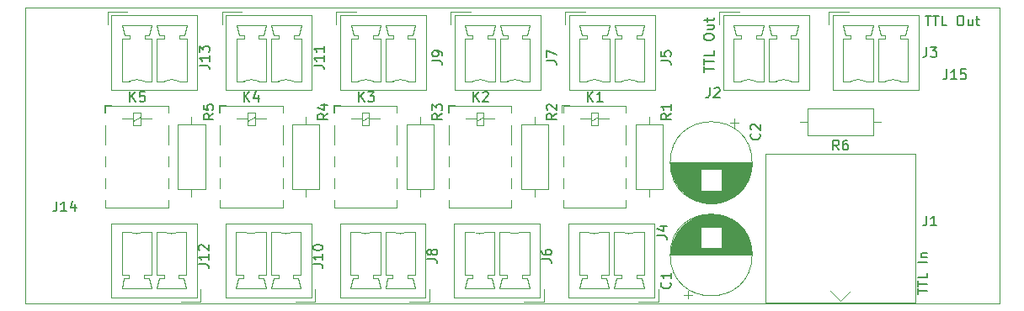
<source format=gto>
%TF.GenerationSoftware,KiCad,Pcbnew,(6.0.7)*%
%TF.CreationDate,2022-08-25T07:22:17-04:00*%
%TF.ProjectId,chiller_interlock_aosense,6368696c-6c65-4725-9f69-6e7465726c6f,rev?*%
%TF.SameCoordinates,Original*%
%TF.FileFunction,Legend,Top*%
%TF.FilePolarity,Positive*%
%FSLAX46Y46*%
G04 Gerber Fmt 4.6, Leading zero omitted, Abs format (unit mm)*
G04 Created by KiCad (PCBNEW (6.0.7)) date 2022-08-25 07:22:17*
%MOMM*%
%LPD*%
G01*
G04 APERTURE LIST*
%ADD10C,0.150000*%
%TA.AperFunction,Profile*%
%ADD11C,0.100000*%
%TD*%
%ADD12C,0.120000*%
G04 APERTURE END LIST*
D10*
X389252380Y-84964285D02*
X389252380Y-84392857D01*
X390252380Y-84678571D02*
X389252380Y-84678571D01*
X389252380Y-84202380D02*
X389252380Y-83630952D01*
X390252380Y-83916666D02*
X389252380Y-83916666D01*
X390252380Y-82821428D02*
X390252380Y-83297619D01*
X389252380Y-83297619D01*
X389252380Y-81535714D02*
X389252380Y-81345238D01*
X389300000Y-81250000D01*
X389395238Y-81154761D01*
X389585714Y-81107142D01*
X389919047Y-81107142D01*
X390109523Y-81154761D01*
X390204761Y-81250000D01*
X390252380Y-81345238D01*
X390252380Y-81535714D01*
X390204761Y-81630952D01*
X390109523Y-81726190D01*
X389919047Y-81773809D01*
X389585714Y-81773809D01*
X389395238Y-81726190D01*
X389300000Y-81630952D01*
X389252380Y-81535714D01*
X389585714Y-80250000D02*
X390252380Y-80250000D01*
X389585714Y-80678571D02*
X390109523Y-80678571D01*
X390204761Y-80630952D01*
X390252380Y-80535714D01*
X390252380Y-80392857D01*
X390204761Y-80297619D01*
X390157142Y-80250000D01*
X389585714Y-79916666D02*
X389585714Y-79535714D01*
X389252380Y-79773809D02*
X390109523Y-79773809D01*
X390204761Y-79726190D01*
X390252380Y-79630952D01*
X390252380Y-79535714D01*
X411535714Y-79302380D02*
X412107142Y-79302380D01*
X411821428Y-80302380D02*
X411821428Y-79302380D01*
X412297619Y-79302380D02*
X412869047Y-79302380D01*
X412583333Y-80302380D02*
X412583333Y-79302380D01*
X413678571Y-80302380D02*
X413202380Y-80302380D01*
X413202380Y-79302380D01*
X414964285Y-79302380D02*
X415154761Y-79302380D01*
X415250000Y-79350000D01*
X415345238Y-79445238D01*
X415392857Y-79635714D01*
X415392857Y-79969047D01*
X415345238Y-80159523D01*
X415250000Y-80254761D01*
X415154761Y-80302380D01*
X414964285Y-80302380D01*
X414869047Y-80254761D01*
X414773809Y-80159523D01*
X414726190Y-79969047D01*
X414726190Y-79635714D01*
X414773809Y-79445238D01*
X414869047Y-79350000D01*
X414964285Y-79302380D01*
X416250000Y-79635714D02*
X416250000Y-80302380D01*
X415821428Y-79635714D02*
X415821428Y-80159523D01*
X415869047Y-80254761D01*
X415964285Y-80302380D01*
X416107142Y-80302380D01*
X416202380Y-80254761D01*
X416250000Y-80207142D01*
X416583333Y-79635714D02*
X416964285Y-79635714D01*
X416726190Y-79302380D02*
X416726190Y-80159523D01*
X416773809Y-80254761D01*
X416869047Y-80302380D01*
X416964285Y-80302380D01*
X410752380Y-107342857D02*
X410752380Y-106771428D01*
X411752380Y-107057142D02*
X410752380Y-107057142D01*
X410752380Y-106580952D02*
X410752380Y-106009523D01*
X411752380Y-106295238D02*
X410752380Y-106295238D01*
X411752380Y-105200000D02*
X411752380Y-105676190D01*
X410752380Y-105676190D01*
X411752380Y-104104761D02*
X410752380Y-104104761D01*
X411085714Y-103628571D02*
X411752380Y-103628571D01*
X411180952Y-103628571D02*
X411133333Y-103580952D01*
X411085714Y-103485714D01*
X411085714Y-103342857D01*
X411133333Y-103247619D01*
X411228571Y-103200000D01*
X411752380Y-103200000D01*
D11*
X321000000Y-108250000D02*
X321000000Y-78500000D01*
X321000000Y-78500000D02*
X419000000Y-78500000D01*
X419000000Y-108250000D02*
X321000000Y-108250000D01*
X419000000Y-78500000D02*
X419000000Y-108250000D01*
D10*
%TO.C,C1*%
X385857142Y-106166666D02*
X385904761Y-106214285D01*
X385952380Y-106357142D01*
X385952380Y-106452380D01*
X385904761Y-106595238D01*
X385809523Y-106690476D01*
X385714285Y-106738095D01*
X385523809Y-106785714D01*
X385380952Y-106785714D01*
X385190476Y-106738095D01*
X385095238Y-106690476D01*
X385000000Y-106595238D01*
X384952380Y-106452380D01*
X384952380Y-106357142D01*
X385000000Y-106214285D01*
X385047619Y-106166666D01*
X385952380Y-105214285D02*
X385952380Y-105785714D01*
X385952380Y-105500000D02*
X384952380Y-105500000D01*
X385095238Y-105595238D01*
X385190476Y-105690476D01*
X385238095Y-105785714D01*
%TO.C,J14*%
X324190476Y-98002380D02*
X324190476Y-98716666D01*
X324142857Y-98859523D01*
X324047619Y-98954761D01*
X323904761Y-99002380D01*
X323809523Y-99002380D01*
X325190476Y-99002380D02*
X324619047Y-99002380D01*
X324904761Y-99002380D02*
X324904761Y-98002380D01*
X324809523Y-98145238D01*
X324714285Y-98240476D01*
X324619047Y-98288095D01*
X326047619Y-98335714D02*
X326047619Y-99002380D01*
X325809523Y-97954761D02*
X325571428Y-98669047D01*
X326190476Y-98669047D01*
%TO.C,J15*%
X413690476Y-84702380D02*
X413690476Y-85416666D01*
X413642857Y-85559523D01*
X413547619Y-85654761D01*
X413404761Y-85702380D01*
X413309523Y-85702380D01*
X414690476Y-85702380D02*
X414119047Y-85702380D01*
X414404761Y-85702380D02*
X414404761Y-84702380D01*
X414309523Y-84845238D01*
X414214285Y-84940476D01*
X414119047Y-84988095D01*
X415595238Y-84702380D02*
X415119047Y-84702380D01*
X415071428Y-85178571D01*
X415119047Y-85130952D01*
X415214285Y-85083333D01*
X415452380Y-85083333D01*
X415547619Y-85130952D01*
X415595238Y-85178571D01*
X415642857Y-85273809D01*
X415642857Y-85511904D01*
X415595238Y-85607142D01*
X415547619Y-85654761D01*
X415452380Y-85702380D01*
X415214285Y-85702380D01*
X415119047Y-85654761D01*
X415071428Y-85607142D01*
%TO.C,J2*%
X389866666Y-86552380D02*
X389866666Y-87266666D01*
X389819047Y-87409523D01*
X389723809Y-87504761D01*
X389580952Y-87552380D01*
X389485714Y-87552380D01*
X390295238Y-86647619D02*
X390342857Y-86600000D01*
X390438095Y-86552380D01*
X390676190Y-86552380D01*
X390771428Y-86600000D01*
X390819047Y-86647619D01*
X390866666Y-86742857D01*
X390866666Y-86838095D01*
X390819047Y-86980952D01*
X390247619Y-87552380D01*
X390866666Y-87552380D01*
%TO.C,R2*%
X374452380Y-89166666D02*
X373976190Y-89500000D01*
X374452380Y-89738095D02*
X373452380Y-89738095D01*
X373452380Y-89357142D01*
X373500000Y-89261904D01*
X373547619Y-89214285D01*
X373642857Y-89166666D01*
X373785714Y-89166666D01*
X373880952Y-89214285D01*
X373928571Y-89261904D01*
X373976190Y-89357142D01*
X373976190Y-89738095D01*
X373547619Y-88785714D02*
X373500000Y-88738095D01*
X373452380Y-88642857D01*
X373452380Y-88404761D01*
X373500000Y-88309523D01*
X373547619Y-88261904D01*
X373642857Y-88214285D01*
X373738095Y-88214285D01*
X373880952Y-88261904D01*
X374452380Y-88833333D01*
X374452380Y-88214285D01*
%TO.C,J12*%
X338452380Y-104309523D02*
X339166666Y-104309523D01*
X339309523Y-104357142D01*
X339404761Y-104452380D01*
X339452380Y-104595238D01*
X339452380Y-104690476D01*
X339452380Y-103309523D02*
X339452380Y-103880952D01*
X339452380Y-103595238D02*
X338452380Y-103595238D01*
X338595238Y-103690476D01*
X338690476Y-103785714D01*
X338738095Y-103880952D01*
X338547619Y-102928571D02*
X338500000Y-102880952D01*
X338452380Y-102785714D01*
X338452380Y-102547619D01*
X338500000Y-102452380D01*
X338547619Y-102404761D01*
X338642857Y-102357142D01*
X338738095Y-102357142D01*
X338880952Y-102404761D01*
X339452380Y-102976190D01*
X339452380Y-102357142D01*
%TO.C,J1*%
X411666666Y-99452380D02*
X411666666Y-100166666D01*
X411619047Y-100309523D01*
X411523809Y-100404761D01*
X411380952Y-100452380D01*
X411285714Y-100452380D01*
X412666666Y-100452380D02*
X412095238Y-100452380D01*
X412380952Y-100452380D02*
X412380952Y-99452380D01*
X412285714Y-99595238D01*
X412190476Y-99690476D01*
X412095238Y-99738095D01*
%TO.C,R5*%
X339952380Y-89166666D02*
X339476190Y-89500000D01*
X339952380Y-89738095D02*
X338952380Y-89738095D01*
X338952380Y-89357142D01*
X339000000Y-89261904D01*
X339047619Y-89214285D01*
X339142857Y-89166666D01*
X339285714Y-89166666D01*
X339380952Y-89214285D01*
X339428571Y-89261904D01*
X339476190Y-89357142D01*
X339476190Y-89738095D01*
X338952380Y-88261904D02*
X338952380Y-88738095D01*
X339428571Y-88785714D01*
X339380952Y-88738095D01*
X339333333Y-88642857D01*
X339333333Y-88404761D01*
X339380952Y-88309523D01*
X339428571Y-88261904D01*
X339523809Y-88214285D01*
X339761904Y-88214285D01*
X339857142Y-88261904D01*
X339904761Y-88309523D01*
X339952380Y-88404761D01*
X339952380Y-88642857D01*
X339904761Y-88738095D01*
X339857142Y-88785714D01*
%TO.C,J3*%
X411666666Y-82452380D02*
X411666666Y-83166666D01*
X411619047Y-83309523D01*
X411523809Y-83404761D01*
X411380952Y-83452380D01*
X411285714Y-83452380D01*
X412047619Y-82452380D02*
X412666666Y-82452380D01*
X412333333Y-82833333D01*
X412476190Y-82833333D01*
X412571428Y-82880952D01*
X412619047Y-82928571D01*
X412666666Y-83023809D01*
X412666666Y-83261904D01*
X412619047Y-83357142D01*
X412571428Y-83404761D01*
X412476190Y-83452380D01*
X412190476Y-83452380D01*
X412095238Y-83404761D01*
X412047619Y-83357142D01*
%TO.C,J8*%
X361452380Y-103833333D02*
X362166666Y-103833333D01*
X362309523Y-103880952D01*
X362404761Y-103976190D01*
X362452380Y-104119047D01*
X362452380Y-104214285D01*
X361880952Y-103214285D02*
X361833333Y-103309523D01*
X361785714Y-103357142D01*
X361690476Y-103404761D01*
X361642857Y-103404761D01*
X361547619Y-103357142D01*
X361500000Y-103309523D01*
X361452380Y-103214285D01*
X361452380Y-103023809D01*
X361500000Y-102928571D01*
X361547619Y-102880952D01*
X361642857Y-102833333D01*
X361690476Y-102833333D01*
X361785714Y-102880952D01*
X361833333Y-102928571D01*
X361880952Y-103023809D01*
X361880952Y-103214285D01*
X361928571Y-103309523D01*
X361976190Y-103357142D01*
X362071428Y-103404761D01*
X362261904Y-103404761D01*
X362357142Y-103357142D01*
X362404761Y-103309523D01*
X362452380Y-103214285D01*
X362452380Y-103023809D01*
X362404761Y-102928571D01*
X362357142Y-102880952D01*
X362261904Y-102833333D01*
X362071428Y-102833333D01*
X361976190Y-102880952D01*
X361928571Y-102928571D01*
X361880952Y-103023809D01*
%TO.C,K2*%
X366071904Y-87952380D02*
X366071904Y-86952380D01*
X366643333Y-87952380D02*
X366214761Y-87380952D01*
X366643333Y-86952380D02*
X366071904Y-87523809D01*
X367024285Y-87047619D02*
X367071904Y-87000000D01*
X367167142Y-86952380D01*
X367405238Y-86952380D01*
X367500476Y-87000000D01*
X367548095Y-87047619D01*
X367595714Y-87142857D01*
X367595714Y-87238095D01*
X367548095Y-87380952D01*
X366976666Y-87952380D01*
X367595714Y-87952380D01*
%TO.C,C2*%
X394857142Y-91166666D02*
X394904761Y-91214285D01*
X394952380Y-91357142D01*
X394952380Y-91452380D01*
X394904761Y-91595238D01*
X394809523Y-91690476D01*
X394714285Y-91738095D01*
X394523809Y-91785714D01*
X394380952Y-91785714D01*
X394190476Y-91738095D01*
X394095238Y-91690476D01*
X394000000Y-91595238D01*
X393952380Y-91452380D01*
X393952380Y-91357142D01*
X394000000Y-91214285D01*
X394047619Y-91166666D01*
X394047619Y-90785714D02*
X394000000Y-90738095D01*
X393952380Y-90642857D01*
X393952380Y-90404761D01*
X394000000Y-90309523D01*
X394047619Y-90261904D01*
X394142857Y-90214285D01*
X394238095Y-90214285D01*
X394380952Y-90261904D01*
X394952380Y-90833333D01*
X394952380Y-90214285D01*
%TO.C,J11*%
X350052380Y-84309523D02*
X350766666Y-84309523D01*
X350909523Y-84357142D01*
X351004761Y-84452380D01*
X351052380Y-84595238D01*
X351052380Y-84690476D01*
X351052380Y-83309523D02*
X351052380Y-83880952D01*
X351052380Y-83595238D02*
X350052380Y-83595238D01*
X350195238Y-83690476D01*
X350290476Y-83785714D01*
X350338095Y-83880952D01*
X351052380Y-82357142D02*
X351052380Y-82928571D01*
X351052380Y-82642857D02*
X350052380Y-82642857D01*
X350195238Y-82738095D01*
X350290476Y-82833333D01*
X350338095Y-82928571D01*
%TO.C,R3*%
X362952380Y-89166666D02*
X362476190Y-89500000D01*
X362952380Y-89738095D02*
X361952380Y-89738095D01*
X361952380Y-89357142D01*
X362000000Y-89261904D01*
X362047619Y-89214285D01*
X362142857Y-89166666D01*
X362285714Y-89166666D01*
X362380952Y-89214285D01*
X362428571Y-89261904D01*
X362476190Y-89357142D01*
X362476190Y-89738095D01*
X361952380Y-88833333D02*
X361952380Y-88214285D01*
X362333333Y-88547619D01*
X362333333Y-88404761D01*
X362380952Y-88309523D01*
X362428571Y-88261904D01*
X362523809Y-88214285D01*
X362761904Y-88214285D01*
X362857142Y-88261904D01*
X362904761Y-88309523D01*
X362952380Y-88404761D01*
X362952380Y-88690476D01*
X362904761Y-88785714D01*
X362857142Y-88833333D01*
%TO.C,K1*%
X377571904Y-87952380D02*
X377571904Y-86952380D01*
X378143333Y-87952380D02*
X377714761Y-87380952D01*
X378143333Y-86952380D02*
X377571904Y-87523809D01*
X379095714Y-87952380D02*
X378524285Y-87952380D01*
X378810000Y-87952380D02*
X378810000Y-86952380D01*
X378714761Y-87095238D01*
X378619523Y-87190476D01*
X378524285Y-87238095D01*
%TO.C,R4*%
X351452380Y-89166666D02*
X350976190Y-89500000D01*
X351452380Y-89738095D02*
X350452380Y-89738095D01*
X350452380Y-89357142D01*
X350500000Y-89261904D01*
X350547619Y-89214285D01*
X350642857Y-89166666D01*
X350785714Y-89166666D01*
X350880952Y-89214285D01*
X350928571Y-89261904D01*
X350976190Y-89357142D01*
X350976190Y-89738095D01*
X350785714Y-88309523D02*
X351452380Y-88309523D01*
X350404761Y-88547619D02*
X351119047Y-88785714D01*
X351119047Y-88166666D01*
%TO.C,J7*%
X373452380Y-83833333D02*
X374166666Y-83833333D01*
X374309523Y-83880952D01*
X374404761Y-83976190D01*
X374452380Y-84119047D01*
X374452380Y-84214285D01*
X373452380Y-83452380D02*
X373452380Y-82785714D01*
X374452380Y-83214285D01*
%TO.C,J13*%
X338552380Y-84309523D02*
X339266666Y-84309523D01*
X339409523Y-84357142D01*
X339504761Y-84452380D01*
X339552380Y-84595238D01*
X339552380Y-84690476D01*
X339552380Y-83309523D02*
X339552380Y-83880952D01*
X339552380Y-83595238D02*
X338552380Y-83595238D01*
X338695238Y-83690476D01*
X338790476Y-83785714D01*
X338838095Y-83880952D01*
X338552380Y-82976190D02*
X338552380Y-82357142D01*
X338933333Y-82690476D01*
X338933333Y-82547619D01*
X338980952Y-82452380D01*
X339028571Y-82404761D01*
X339123809Y-82357142D01*
X339361904Y-82357142D01*
X339457142Y-82404761D01*
X339504761Y-82452380D01*
X339552380Y-82547619D01*
X339552380Y-82833333D01*
X339504761Y-82928571D01*
X339457142Y-82976190D01*
%TO.C,J6*%
X372952380Y-103833333D02*
X373666666Y-103833333D01*
X373809523Y-103880952D01*
X373904761Y-103976190D01*
X373952380Y-104119047D01*
X373952380Y-104214285D01*
X372952380Y-102928571D02*
X372952380Y-103119047D01*
X373000000Y-103214285D01*
X373047619Y-103261904D01*
X373190476Y-103357142D01*
X373380952Y-103404761D01*
X373761904Y-103404761D01*
X373857142Y-103357142D01*
X373904761Y-103309523D01*
X373952380Y-103214285D01*
X373952380Y-103023809D01*
X373904761Y-102928571D01*
X373857142Y-102880952D01*
X373761904Y-102833333D01*
X373523809Y-102833333D01*
X373428571Y-102880952D01*
X373380952Y-102928571D01*
X373333333Y-103023809D01*
X373333333Y-103214285D01*
X373380952Y-103309523D01*
X373428571Y-103357142D01*
X373523809Y-103404761D01*
%TO.C,J4*%
X384552380Y-101433333D02*
X385266666Y-101433333D01*
X385409523Y-101480952D01*
X385504761Y-101576190D01*
X385552380Y-101719047D01*
X385552380Y-101814285D01*
X384885714Y-100528571D02*
X385552380Y-100528571D01*
X384504761Y-100766666D02*
X385219047Y-101004761D01*
X385219047Y-100385714D01*
%TO.C,R1*%
X385952380Y-89166666D02*
X385476190Y-89500000D01*
X385952380Y-89738095D02*
X384952380Y-89738095D01*
X384952380Y-89357142D01*
X385000000Y-89261904D01*
X385047619Y-89214285D01*
X385142857Y-89166666D01*
X385285714Y-89166666D01*
X385380952Y-89214285D01*
X385428571Y-89261904D01*
X385476190Y-89357142D01*
X385476190Y-89738095D01*
X385952380Y-88214285D02*
X385952380Y-88785714D01*
X385952380Y-88500000D02*
X384952380Y-88500000D01*
X385095238Y-88595238D01*
X385190476Y-88690476D01*
X385238095Y-88785714D01*
%TO.C,K3*%
X354571904Y-87952380D02*
X354571904Y-86952380D01*
X355143333Y-87952380D02*
X354714761Y-87380952D01*
X355143333Y-86952380D02*
X354571904Y-87523809D01*
X355476666Y-86952380D02*
X356095714Y-86952380D01*
X355762380Y-87333333D01*
X355905238Y-87333333D01*
X356000476Y-87380952D01*
X356048095Y-87428571D01*
X356095714Y-87523809D01*
X356095714Y-87761904D01*
X356048095Y-87857142D01*
X356000476Y-87904761D01*
X355905238Y-87952380D01*
X355619523Y-87952380D01*
X355524285Y-87904761D01*
X355476666Y-87857142D01*
%TO.C,R6*%
X402833333Y-92822380D02*
X402500000Y-92346190D01*
X402261904Y-92822380D02*
X402261904Y-91822380D01*
X402642857Y-91822380D01*
X402738095Y-91870000D01*
X402785714Y-91917619D01*
X402833333Y-92012857D01*
X402833333Y-92155714D01*
X402785714Y-92250952D01*
X402738095Y-92298571D01*
X402642857Y-92346190D01*
X402261904Y-92346190D01*
X403690476Y-91822380D02*
X403500000Y-91822380D01*
X403404761Y-91870000D01*
X403357142Y-91917619D01*
X403261904Y-92060476D01*
X403214285Y-92250952D01*
X403214285Y-92631904D01*
X403261904Y-92727142D01*
X403309523Y-92774761D01*
X403404761Y-92822380D01*
X403595238Y-92822380D01*
X403690476Y-92774761D01*
X403738095Y-92727142D01*
X403785714Y-92631904D01*
X403785714Y-92393809D01*
X403738095Y-92298571D01*
X403690476Y-92250952D01*
X403595238Y-92203333D01*
X403404761Y-92203333D01*
X403309523Y-92250952D01*
X403261904Y-92298571D01*
X403214285Y-92393809D01*
%TO.C,J10*%
X349952380Y-104309523D02*
X350666666Y-104309523D01*
X350809523Y-104357142D01*
X350904761Y-104452380D01*
X350952380Y-104595238D01*
X350952380Y-104690476D01*
X350952380Y-103309523D02*
X350952380Y-103880952D01*
X350952380Y-103595238D02*
X349952380Y-103595238D01*
X350095238Y-103690476D01*
X350190476Y-103785714D01*
X350238095Y-103880952D01*
X349952380Y-102690476D02*
X349952380Y-102595238D01*
X350000000Y-102500000D01*
X350047619Y-102452380D01*
X350142857Y-102404761D01*
X350333333Y-102357142D01*
X350571428Y-102357142D01*
X350761904Y-102404761D01*
X350857142Y-102452380D01*
X350904761Y-102500000D01*
X350952380Y-102595238D01*
X350952380Y-102690476D01*
X350904761Y-102785714D01*
X350857142Y-102833333D01*
X350761904Y-102880952D01*
X350571428Y-102928571D01*
X350333333Y-102928571D01*
X350142857Y-102880952D01*
X350047619Y-102833333D01*
X350000000Y-102785714D01*
X349952380Y-102690476D01*
%TO.C,J9*%
X361952380Y-83833333D02*
X362666666Y-83833333D01*
X362809523Y-83880952D01*
X362904761Y-83976190D01*
X362952380Y-84119047D01*
X362952380Y-84214285D01*
X362952380Y-83309523D02*
X362952380Y-83119047D01*
X362904761Y-83023809D01*
X362857142Y-82976190D01*
X362714285Y-82880952D01*
X362523809Y-82833333D01*
X362142857Y-82833333D01*
X362047619Y-82880952D01*
X362000000Y-82928571D01*
X361952380Y-83023809D01*
X361952380Y-83214285D01*
X362000000Y-83309523D01*
X362047619Y-83357142D01*
X362142857Y-83404761D01*
X362380952Y-83404761D01*
X362476190Y-83357142D01*
X362523809Y-83309523D01*
X362571428Y-83214285D01*
X362571428Y-83023809D01*
X362523809Y-82928571D01*
X362476190Y-82880952D01*
X362380952Y-82833333D01*
%TO.C,J5*%
X384952380Y-83833333D02*
X385666666Y-83833333D01*
X385809523Y-83880952D01*
X385904761Y-83976190D01*
X385952380Y-84119047D01*
X385952380Y-84214285D01*
X384952380Y-82880952D02*
X384952380Y-83357142D01*
X385428571Y-83404761D01*
X385380952Y-83357142D01*
X385333333Y-83261904D01*
X385333333Y-83023809D01*
X385380952Y-82928571D01*
X385428571Y-82880952D01*
X385523809Y-82833333D01*
X385761904Y-82833333D01*
X385857142Y-82880952D01*
X385904761Y-82928571D01*
X385952380Y-83023809D01*
X385952380Y-83261904D01*
X385904761Y-83357142D01*
X385857142Y-83404761D01*
%TO.C,K4*%
X343021904Y-87952380D02*
X343021904Y-86952380D01*
X343593333Y-87952380D02*
X343164761Y-87380952D01*
X343593333Y-86952380D02*
X343021904Y-87523809D01*
X344450476Y-87285714D02*
X344450476Y-87952380D01*
X344212380Y-86904761D02*
X343974285Y-87619047D01*
X344593333Y-87619047D01*
%TO.C,K5*%
X331571904Y-87952380D02*
X331571904Y-86952380D01*
X332143333Y-87952380D02*
X331714761Y-87380952D01*
X332143333Y-86952380D02*
X331571904Y-87523809D01*
X333048095Y-86952380D02*
X332571904Y-86952380D01*
X332524285Y-87428571D01*
X332571904Y-87380952D01*
X332667142Y-87333333D01*
X332905238Y-87333333D01*
X333000476Y-87380952D01*
X333048095Y-87428571D01*
X333095714Y-87523809D01*
X333095714Y-87761904D01*
X333048095Y-87857142D01*
X333000476Y-87904761D01*
X332905238Y-87952380D01*
X332667142Y-87952380D01*
X332571904Y-87904761D01*
X332524285Y-87857142D01*
D12*
%TO.C,C1*%
X386314000Y-101641651D02*
X388960000Y-101641651D01*
X385943000Y-102962651D02*
X394057000Y-102962651D01*
X386150000Y-102041651D02*
X388960000Y-102041651D01*
X391040000Y-101401651D02*
X393562000Y-101401651D01*
X385998000Y-102601651D02*
X388960000Y-102601651D01*
X386111000Y-102161651D02*
X388960000Y-102161651D01*
X387966000Y-99841651D02*
X392034000Y-99841651D01*
X391040000Y-100681651D02*
X393055000Y-100681651D01*
X391040000Y-102281651D02*
X393925000Y-102281651D01*
X385920000Y-103402651D02*
X394080000Y-103402651D01*
X391040000Y-102201651D02*
X393902000Y-102201651D01*
X386373000Y-101521651D02*
X388960000Y-101521651D01*
X386098000Y-102201651D02*
X388960000Y-102201651D01*
X386483000Y-101321651D02*
X388960000Y-101321651D01*
X388269000Y-99681651D02*
X391731000Y-99681651D01*
X386015000Y-102521651D02*
X388960000Y-102521651D01*
X385924000Y-103202651D02*
X394076000Y-103202651D01*
X386278000Y-101721651D02*
X388960000Y-101721651D01*
X386945000Y-100681651D02*
X388960000Y-100681651D01*
X387093000Y-100521651D02*
X392907000Y-100521651D01*
X391040000Y-102321651D02*
X393936000Y-102321651D01*
X386086000Y-102241651D02*
X388960000Y-102241651D01*
X386910000Y-100721651D02*
X388960000Y-100721651D01*
X386226000Y-101841651D02*
X388960000Y-101841651D01*
X391040000Y-101041651D02*
X393338000Y-101041651D01*
X389467000Y-99321651D02*
X390533000Y-99321651D01*
X386195000Y-101921651D02*
X388960000Y-101921651D01*
X388187000Y-99721651D02*
X391813000Y-99721651D01*
X391040000Y-101601651D02*
X393666000Y-101601651D01*
X391040000Y-101721651D02*
X393722000Y-101721651D01*
X387600000Y-100081651D02*
X392400000Y-100081651D01*
X391040000Y-101561651D02*
X393647000Y-101561651D01*
X387546000Y-100121651D02*
X392454000Y-100121651D01*
X391040000Y-102001651D02*
X393835000Y-102001651D01*
X391040000Y-102401651D02*
X393957000Y-102401651D01*
X385920000Y-103362651D02*
X394080000Y-103362651D01*
X386507000Y-101281651D02*
X388960000Y-101281651D01*
X391040000Y-102361651D02*
X393947000Y-102361651D01*
X385923000Y-103242651D02*
X394077000Y-103242651D01*
X391040000Y-101881651D02*
X393790000Y-101881651D01*
X387133000Y-100481651D02*
X392867000Y-100481651D01*
X385932000Y-103082651D02*
X394068000Y-103082651D01*
X386053000Y-102361651D02*
X388960000Y-102361651D01*
X389232000Y-99361651D02*
X390768000Y-99361651D01*
X391040000Y-102121651D02*
X393877000Y-102121651D01*
X391040000Y-102561651D02*
X393994000Y-102561651D01*
X391040000Y-102041651D02*
X393850000Y-102041651D01*
X386033000Y-102441651D02*
X388960000Y-102441651D01*
X386608000Y-101121651D02*
X388960000Y-101121651D01*
X386043000Y-102401651D02*
X388960000Y-102401651D01*
X391040000Y-102641651D02*
X394010000Y-102641651D01*
X389052000Y-99401651D02*
X390948000Y-99401651D01*
X386780000Y-100881651D02*
X388960000Y-100881651D01*
X386844000Y-100801651D02*
X388960000Y-100801651D01*
X388547000Y-99561651D02*
X391453000Y-99561651D01*
X391040000Y-100881651D02*
X393220000Y-100881651D01*
X391040000Y-101441651D02*
X393584000Y-101441651D01*
X385990000Y-102641651D02*
X388960000Y-102641651D01*
X386334000Y-101601651D02*
X388960000Y-101601651D01*
X391040000Y-101961651D02*
X393821000Y-101961651D01*
X386981000Y-100641651D02*
X388960000Y-100641651D01*
X391040000Y-102441651D02*
X393967000Y-102441651D01*
X391040000Y-100841651D02*
X393189000Y-100841651D01*
X386024000Y-102481651D02*
X388960000Y-102481651D01*
X391040000Y-102481651D02*
X393976000Y-102481651D01*
X386296000Y-101681651D02*
X388960000Y-101681651D01*
X387259000Y-100361651D02*
X392741000Y-100361651D01*
X391040000Y-101681651D02*
X393704000Y-101681651D01*
X388036000Y-99801651D02*
X391964000Y-99801651D01*
X386811000Y-100841651D02*
X388960000Y-100841651D01*
X386123000Y-102121651D02*
X388960000Y-102121651D01*
X391040000Y-100641651D02*
X393019000Y-100641651D01*
X386243000Y-101801651D02*
X388960000Y-101801651D01*
X387444000Y-100201651D02*
X392556000Y-100201651D01*
X386531000Y-101241651D02*
X388960000Y-101241651D01*
X385921000Y-103282651D02*
X394079000Y-103282651D01*
X386691000Y-101001651D02*
X388960000Y-101001651D01*
X385963000Y-102802651D02*
X394037000Y-102802651D01*
X387055000Y-100561651D02*
X392945000Y-100561651D01*
X391040000Y-102521651D02*
X393985000Y-102521651D01*
X387174000Y-100441651D02*
X392826000Y-100441651D01*
X386075000Y-102281651D02*
X388960000Y-102281651D01*
X388355000Y-99641651D02*
X391645000Y-99641651D01*
X385958000Y-102842651D02*
X394042000Y-102842651D01*
X387834000Y-99921651D02*
X392166000Y-99921651D01*
X391040000Y-101841651D02*
X393774000Y-101841651D01*
X385926000Y-103162651D02*
X394074000Y-103162651D01*
X387303000Y-100321651D02*
X392697000Y-100321651D01*
X391040000Y-101761651D02*
X393740000Y-101761651D01*
X386260000Y-101761651D02*
X388960000Y-101761651D01*
X385939000Y-103002651D02*
X394061000Y-103002651D01*
X386460000Y-101361651D02*
X388960000Y-101361651D01*
X386137000Y-102081651D02*
X388960000Y-102081651D01*
X391040000Y-100921651D02*
X393250000Y-100921651D01*
X391040000Y-101281651D02*
X393493000Y-101281651D01*
X386720000Y-100961651D02*
X388960000Y-100961651D01*
X386179000Y-101961651D02*
X388960000Y-101961651D01*
X391040000Y-102241651D02*
X393914000Y-102241651D01*
X391040000Y-101121651D02*
X393392000Y-101121651D01*
X391040000Y-100961651D02*
X393280000Y-100961651D01*
X387713000Y-100001651D02*
X392287000Y-100001651D01*
X387495000Y-100161651D02*
X392505000Y-100161651D01*
X386582000Y-101161651D02*
X388960000Y-101161651D01*
X386006000Y-102561651D02*
X388960000Y-102561651D01*
X391040000Y-101321651D02*
X393517000Y-101321651D01*
X386394000Y-101481651D02*
X388960000Y-101481651D01*
X385935000Y-103042651D02*
X394065000Y-103042651D01*
X391040000Y-102161651D02*
X393889000Y-102161651D01*
X391040000Y-101361651D02*
X393540000Y-101361651D01*
X391040000Y-102681651D02*
X394017000Y-102681651D01*
X385970000Y-102762651D02*
X394030000Y-102762651D01*
X387655000Y-100041651D02*
X392345000Y-100041651D01*
X386876000Y-100761651D02*
X388960000Y-100761651D01*
X385920000Y-103322651D02*
X394080000Y-103322651D01*
X387898000Y-99881651D02*
X392102000Y-99881651D01*
X386210000Y-101881651D02*
X388960000Y-101881651D01*
X385983000Y-102681651D02*
X388960000Y-102681651D01*
X386438000Y-101401651D02*
X388960000Y-101401651D01*
X388110000Y-99761651D02*
X391890000Y-99761651D01*
X385929000Y-103122651D02*
X394071000Y-103122651D01*
X391040000Y-101801651D02*
X393757000Y-101801651D01*
X386353000Y-101561651D02*
X388960000Y-101561651D01*
X387396000Y-100241651D02*
X392604000Y-100241651D01*
X386635000Y-101081651D02*
X388960000Y-101081651D01*
X391040000Y-102081651D02*
X393863000Y-102081651D01*
X391040000Y-101641651D02*
X393686000Y-101641651D01*
X387216000Y-100401651D02*
X392784000Y-100401651D01*
X391040000Y-100801651D02*
X393156000Y-100801651D01*
X387772000Y-99961651D02*
X392228000Y-99961651D01*
X391040000Y-101241651D02*
X393469000Y-101241651D01*
X388902000Y-99441651D02*
X391098000Y-99441651D01*
X391040000Y-101521651D02*
X393627000Y-101521651D01*
X385976000Y-102722651D02*
X394024000Y-102722651D01*
X387285000Y-107412349D02*
X388085000Y-107412349D01*
X386064000Y-102321651D02*
X388960000Y-102321651D01*
X385952000Y-102882651D02*
X394048000Y-102882651D01*
X391040000Y-101201651D02*
X393444000Y-101201651D01*
X391040000Y-100721651D02*
X393090000Y-100721651D01*
X387685000Y-107812349D02*
X387685000Y-107012349D01*
X386165000Y-102001651D02*
X388960000Y-102001651D01*
X387349000Y-100281651D02*
X392651000Y-100281651D01*
X391040000Y-101481651D02*
X393606000Y-101481651D01*
X388771000Y-99481651D02*
X391229000Y-99481651D01*
X386556000Y-101201651D02*
X388960000Y-101201651D01*
X391040000Y-101161651D02*
X393418000Y-101161651D01*
X391040000Y-101921651D02*
X393805000Y-101921651D01*
X391040000Y-100761651D02*
X393124000Y-100761651D01*
X386416000Y-101441651D02*
X388960000Y-101441651D01*
X391040000Y-102601651D02*
X394002000Y-102601651D01*
X388448000Y-99601651D02*
X391552000Y-99601651D01*
X386662000Y-101041651D02*
X388960000Y-101041651D01*
X388654000Y-99521651D02*
X391346000Y-99521651D01*
X391040000Y-101081651D02*
X393365000Y-101081651D01*
X386750000Y-100921651D02*
X388960000Y-100921651D01*
X387017000Y-100601651D02*
X392983000Y-100601651D01*
X391040000Y-101001651D02*
X393309000Y-101001651D01*
X385948000Y-102922651D02*
X394052000Y-102922651D01*
X394120000Y-103402651D02*
G75*
G03*
X394120000Y-103402651I-4120000J0D01*
G01*
%TO.C,J2*%
X398017500Y-81242500D02*
X398017500Y-81592500D01*
X393017500Y-81592500D02*
X393017500Y-81242500D01*
X390817500Y-78892500D02*
X392817500Y-78892500D01*
X396517500Y-81592500D02*
X396517500Y-81242500D01*
X391207500Y-86752500D02*
X399827500Y-86752500D01*
X395267500Y-80242500D02*
X395017500Y-81242500D01*
X392267500Y-85892500D02*
X392267500Y-81592500D01*
X399827500Y-79282500D02*
X391207500Y-79282500D01*
X393017500Y-85892500D02*
X392267500Y-85892500D01*
X394517500Y-81592500D02*
X395267500Y-81592500D01*
X396517500Y-85892500D02*
X395767500Y-85892500D01*
X395767500Y-81592500D02*
X396517500Y-81592500D01*
X398767500Y-85892500D02*
X398017500Y-85892500D01*
X396517500Y-81242500D02*
X396017500Y-81242500D01*
X391207500Y-79282500D02*
X391207500Y-86752500D01*
X392267500Y-81592500D02*
X393017500Y-81592500D01*
X398767500Y-81592500D02*
X398767500Y-85892500D01*
X395017500Y-81242500D02*
X394517500Y-81242500D01*
X395767500Y-85892500D02*
X395767500Y-81592500D01*
X395267500Y-85892500D02*
X394517500Y-85892500D01*
X392517500Y-81242500D02*
X392267500Y-80242500D01*
X399827500Y-86752500D02*
X399827500Y-79282500D01*
X390817500Y-80142500D02*
X390817500Y-78892500D01*
X394517500Y-81242500D02*
X394517500Y-81592500D01*
X398517500Y-81242500D02*
X398017500Y-81242500D01*
X398767500Y-80242500D02*
X398517500Y-81242500D01*
X398017500Y-81592500D02*
X398767500Y-81592500D01*
X395767500Y-80242500D02*
X398767500Y-80242500D01*
X395267500Y-81592500D02*
X395267500Y-85892500D01*
X396017500Y-81242500D02*
X395767500Y-80242500D01*
X393017500Y-81242500D02*
X392517500Y-81242500D01*
X392267500Y-80242500D02*
X395267500Y-80242500D01*
X394517147Y-85892345D02*
G75*
G03*
X393017500Y-85892500I-749647J-1700155D01*
G01*
X398017147Y-85892345D02*
G75*
G03*
X396517500Y-85892500I-749647J-1700155D01*
G01*
%TO.C,R2*%
X370880000Y-90230000D02*
X370880000Y-96770000D01*
X372250000Y-97540000D02*
X372250000Y-96770000D01*
X370880000Y-96770000D02*
X373620000Y-96770000D01*
X373620000Y-90230000D02*
X370880000Y-90230000D01*
X373620000Y-96770000D02*
X373620000Y-90230000D01*
X372250000Y-89460000D02*
X372250000Y-90230000D01*
%TO.C,J12*%
X334982500Y-105407500D02*
X334232500Y-105407500D01*
X330732500Y-106757500D02*
X330982500Y-105757500D01*
X338682500Y-106857500D02*
X338682500Y-108107500D01*
X337232500Y-101107500D02*
X337232500Y-105407500D01*
X329672500Y-100247500D02*
X329672500Y-107717500D01*
X336482500Y-105757500D02*
X336982500Y-105757500D01*
X336482500Y-101107500D02*
X337232500Y-101107500D01*
X333732500Y-106757500D02*
X330732500Y-106757500D01*
X330982500Y-105757500D02*
X331482500Y-105757500D01*
X330732500Y-101107500D02*
X331482500Y-101107500D01*
X334482500Y-105757500D02*
X334982500Y-105757500D01*
X331482500Y-105757500D02*
X331482500Y-105407500D01*
X334232500Y-105407500D02*
X334232500Y-101107500D01*
X337232500Y-106757500D02*
X334232500Y-106757500D01*
X336982500Y-105757500D02*
X337232500Y-106757500D01*
X338292500Y-100247500D02*
X329672500Y-100247500D01*
X333732500Y-101107500D02*
X333732500Y-105407500D01*
X333732500Y-105407500D02*
X332982500Y-105407500D01*
X332982500Y-101107500D02*
X333732500Y-101107500D01*
X334232500Y-106757500D02*
X334482500Y-105757500D01*
X334982500Y-105757500D02*
X334982500Y-105407500D01*
X338292500Y-107717500D02*
X338292500Y-100247500D01*
X330732500Y-105407500D02*
X330732500Y-101107500D01*
X332982500Y-105407500D02*
X332982500Y-105757500D01*
X329672500Y-107717500D02*
X338292500Y-107717500D01*
X338682500Y-108107500D02*
X336682500Y-108107500D01*
X337232500Y-105407500D02*
X336482500Y-105407500D01*
X336482500Y-105407500D02*
X336482500Y-105757500D01*
X331482500Y-105407500D02*
X330732500Y-105407500D01*
X334232500Y-101107500D02*
X334982500Y-101107500D01*
X332982500Y-105757500D02*
X333482500Y-105757500D01*
X333482500Y-105757500D02*
X333732500Y-106757500D01*
X334982853Y-101107655D02*
G75*
G03*
X336482500Y-101107500I749647J1700155D01*
G01*
X331482853Y-101107655D02*
G75*
G03*
X332982500Y-101107500I749647J1700155D01*
G01*
%TO.C,J1*%
X403000000Y-108000000D02*
X402000000Y-107000000D01*
X395500000Y-108200000D02*
X395500000Y-93200000D01*
X403000000Y-108000000D02*
X404000000Y-107000000D01*
X410500000Y-93200000D02*
X410500000Y-108200000D01*
X395500000Y-93200000D02*
X410500000Y-93200000D01*
X410500000Y-108200000D02*
X395500000Y-108200000D01*
%TO.C,R5*%
X337750000Y-97540000D02*
X337750000Y-96770000D01*
X337750000Y-89460000D02*
X337750000Y-90230000D01*
X339120000Y-90230000D02*
X336380000Y-90230000D01*
X339120000Y-96770000D02*
X339120000Y-90230000D01*
X336380000Y-90230000D02*
X336380000Y-96770000D01*
X336380000Y-96770000D02*
X339120000Y-96770000D01*
%TO.C,J3*%
X409517500Y-81242500D02*
X409017500Y-81242500D01*
X407517500Y-81242500D02*
X407017500Y-81242500D01*
X403267500Y-80242500D02*
X406267500Y-80242500D01*
X410827500Y-79282500D02*
X402207500Y-79282500D01*
X409767500Y-81592500D02*
X409767500Y-85892500D01*
X410827500Y-86752500D02*
X410827500Y-79282500D01*
X406267500Y-85892500D02*
X405517500Y-85892500D01*
X406267500Y-80242500D02*
X406017500Y-81242500D01*
X407517500Y-81592500D02*
X407517500Y-81242500D01*
X406267500Y-81592500D02*
X406267500Y-85892500D01*
X409017500Y-81592500D02*
X409767500Y-81592500D01*
X404017500Y-81242500D02*
X403517500Y-81242500D01*
X407017500Y-81242500D02*
X406767500Y-80242500D01*
X401817500Y-80142500D02*
X401817500Y-78892500D01*
X401817500Y-78892500D02*
X403817500Y-78892500D01*
X403517500Y-81242500D02*
X403267500Y-80242500D01*
X403267500Y-85892500D02*
X403267500Y-81592500D01*
X404017500Y-85892500D02*
X403267500Y-85892500D01*
X406767500Y-81592500D02*
X407517500Y-81592500D01*
X402207500Y-86752500D02*
X410827500Y-86752500D01*
X402207500Y-79282500D02*
X402207500Y-86752500D01*
X406017500Y-81242500D02*
X405517500Y-81242500D01*
X406767500Y-80242500D02*
X409767500Y-80242500D01*
X405517500Y-81242500D02*
X405517500Y-81592500D01*
X409017500Y-81242500D02*
X409017500Y-81592500D01*
X405517500Y-81592500D02*
X406267500Y-81592500D01*
X403267500Y-81592500D02*
X404017500Y-81592500D01*
X409767500Y-85892500D02*
X409017500Y-85892500D01*
X406767500Y-85892500D02*
X406767500Y-81592500D01*
X404017500Y-81592500D02*
X404017500Y-81242500D01*
X407517500Y-85892500D02*
X406767500Y-85892500D01*
X409767500Y-80242500D02*
X409517500Y-81242500D01*
X409017147Y-85892345D02*
G75*
G03*
X407517500Y-85892500I-749647J-1700155D01*
G01*
X405517147Y-85892345D02*
G75*
G03*
X404017500Y-85892500I-749647J-1700155D01*
G01*
%TO.C,J8*%
X357232500Y-106757500D02*
X357482500Y-105757500D01*
X360232500Y-105407500D02*
X359482500Y-105407500D01*
X356732500Y-105407500D02*
X355982500Y-105407500D01*
X359482500Y-105757500D02*
X359982500Y-105757500D01*
X361682500Y-106857500D02*
X361682500Y-108107500D01*
X355982500Y-105757500D02*
X356482500Y-105757500D01*
X353732500Y-106757500D02*
X353982500Y-105757500D01*
X357982500Y-105757500D02*
X357982500Y-105407500D01*
X357482500Y-105757500D02*
X357982500Y-105757500D01*
X359482500Y-105407500D02*
X359482500Y-105757500D01*
X352672500Y-100247500D02*
X352672500Y-107717500D01*
X354482500Y-105757500D02*
X354482500Y-105407500D01*
X353732500Y-101107500D02*
X354482500Y-101107500D01*
X356482500Y-105757500D02*
X356732500Y-106757500D01*
X356732500Y-106757500D02*
X353732500Y-106757500D01*
X359982500Y-105757500D02*
X360232500Y-106757500D01*
X360232500Y-101107500D02*
X360232500Y-105407500D01*
X357982500Y-105407500D02*
X357232500Y-105407500D01*
X359482500Y-101107500D02*
X360232500Y-101107500D01*
X354482500Y-105407500D02*
X353732500Y-105407500D01*
X355982500Y-105407500D02*
X355982500Y-105757500D01*
X357232500Y-105407500D02*
X357232500Y-101107500D01*
X361292500Y-100247500D02*
X352672500Y-100247500D01*
X353982500Y-105757500D02*
X354482500Y-105757500D01*
X353732500Y-105407500D02*
X353732500Y-101107500D01*
X360232500Y-106757500D02*
X357232500Y-106757500D01*
X357232500Y-101107500D02*
X357982500Y-101107500D01*
X352672500Y-107717500D02*
X361292500Y-107717500D01*
X356732500Y-101107500D02*
X356732500Y-105407500D01*
X355982500Y-101107500D02*
X356732500Y-101107500D01*
X361292500Y-107717500D02*
X361292500Y-100247500D01*
X361682500Y-108107500D02*
X359682500Y-108107500D01*
X354482853Y-101107655D02*
G75*
G03*
X355982500Y-101107500I749647J1700155D01*
G01*
X357982853Y-101107655D02*
G75*
G03*
X359482500Y-101107500I749647J1700155D01*
G01*
%TO.C,K2*%
X363610000Y-94500000D02*
X363610000Y-93500000D01*
X366410000Y-89700000D02*
X365310000Y-89700000D01*
X363610000Y-88400000D02*
X369910000Y-88400000D01*
X369910000Y-98600000D02*
X363610000Y-98600000D01*
X367110000Y-89100000D02*
X366410000Y-89100000D01*
X363510000Y-89100000D02*
X363510000Y-88300000D01*
X369910000Y-95700000D02*
X369910000Y-96700000D01*
X363610000Y-89100000D02*
X363610000Y-88400000D01*
X363610000Y-96700000D02*
X363610000Y-95700000D01*
X363610000Y-92300000D02*
X363610000Y-90300000D01*
X363610000Y-97900000D02*
X363610000Y-98600000D01*
X369910000Y-93500000D02*
X369910000Y-94500000D01*
X367110000Y-89700000D02*
X368210000Y-89700000D01*
X363510000Y-88300000D02*
X364210000Y-88300000D01*
X369910000Y-97900000D02*
X369910000Y-98600000D01*
X369910000Y-88400000D02*
X369910000Y-89100000D01*
X366410000Y-89100000D02*
X366410000Y-90300000D01*
X369910000Y-90300000D02*
X369910000Y-92300000D01*
X367110000Y-90300000D02*
X367110000Y-89100000D01*
X366410000Y-90300000D02*
X367110000Y-90300000D01*
X366410000Y-89900000D02*
X367110000Y-89500000D01*
%TO.C,C2*%
X388960000Y-96538349D02*
X386720000Y-96538349D01*
X394030000Y-94737349D02*
X385970000Y-94737349D01*
X393790000Y-95618349D02*
X391040000Y-95618349D01*
X393704000Y-95818349D02*
X391040000Y-95818349D01*
X388960000Y-95778349D02*
X386278000Y-95778349D01*
X393994000Y-94938349D02*
X391040000Y-94938349D01*
X392826000Y-97058349D02*
X387174000Y-97058349D01*
X394042000Y-94657349D02*
X385958000Y-94657349D01*
X390948000Y-98098349D02*
X389052000Y-98098349D01*
X394077000Y-94257349D02*
X385923000Y-94257349D01*
X393957000Y-95098349D02*
X391040000Y-95098349D01*
X392945000Y-96938349D02*
X387055000Y-96938349D01*
X393863000Y-95418349D02*
X391040000Y-95418349D01*
X393280000Y-96538349D02*
X391040000Y-96538349D01*
X391346000Y-97978349D02*
X388654000Y-97978349D01*
X393392000Y-96378349D02*
X391040000Y-96378349D01*
X394068000Y-94417349D02*
X385932000Y-94417349D01*
X392556000Y-97298349D02*
X387444000Y-97298349D01*
X393250000Y-96578349D02*
X391040000Y-96578349D01*
X388960000Y-95858349D02*
X386314000Y-95858349D01*
X393647000Y-95938349D02*
X391040000Y-95938349D01*
X392697000Y-97178349D02*
X387303000Y-97178349D01*
X393902000Y-95298349D02*
X391040000Y-95298349D01*
X388960000Y-96418349D02*
X386635000Y-96418349D01*
X393757000Y-95698349D02*
X391040000Y-95698349D01*
X388960000Y-95898349D02*
X386334000Y-95898349D01*
X393090000Y-96778349D02*
X391040000Y-96778349D01*
X392604000Y-97258349D02*
X387396000Y-97258349D01*
X394061000Y-94497349D02*
X385939000Y-94497349D01*
X391453000Y-97938349D02*
X388547000Y-97938349D01*
X388960000Y-95738349D02*
X386260000Y-95738349D01*
X388960000Y-95418349D02*
X386137000Y-95418349D01*
X393821000Y-95538349D02*
X391040000Y-95538349D01*
X394010000Y-94858349D02*
X391040000Y-94858349D01*
X393156000Y-96698349D02*
X391040000Y-96698349D01*
X394080000Y-94097349D02*
X385920000Y-94097349D01*
X393584000Y-96058349D02*
X391040000Y-96058349D01*
X393925000Y-95218349D02*
X391040000Y-95218349D01*
X394071000Y-94377349D02*
X385929000Y-94377349D01*
X393985000Y-94978349D02*
X391040000Y-94978349D01*
X392907000Y-96978349D02*
X387093000Y-96978349D01*
X393309000Y-96498349D02*
X391040000Y-96498349D01*
X388960000Y-95818349D02*
X386296000Y-95818349D01*
X388960000Y-95298349D02*
X386098000Y-95298349D01*
X393686000Y-95858349D02*
X391040000Y-95858349D01*
X388960000Y-96018349D02*
X386394000Y-96018349D01*
X393220000Y-96618349D02*
X391040000Y-96618349D01*
X388960000Y-96778349D02*
X386910000Y-96778349D01*
X392715000Y-90087651D02*
X391915000Y-90087651D01*
X392784000Y-97098349D02*
X387216000Y-97098349D01*
X394002000Y-94898349D02*
X391040000Y-94898349D01*
X393493000Y-96218349D02*
X391040000Y-96218349D01*
X388960000Y-96458349D02*
X386662000Y-96458349D01*
X393189000Y-96658349D02*
X391040000Y-96658349D01*
X388960000Y-96658349D02*
X386811000Y-96658349D01*
X388960000Y-95938349D02*
X386353000Y-95938349D01*
X388960000Y-96218349D02*
X386507000Y-96218349D01*
X394079000Y-94217349D02*
X385921000Y-94217349D01*
X388960000Y-95218349D02*
X386075000Y-95218349D01*
X392315000Y-89687651D02*
X392315000Y-90487651D01*
X388960000Y-96618349D02*
X386780000Y-96618349D01*
X393835000Y-95498349D02*
X391040000Y-95498349D01*
X388960000Y-96818349D02*
X386945000Y-96818349D01*
X388960000Y-95658349D02*
X386226000Y-95658349D01*
X394024000Y-94777349D02*
X385976000Y-94777349D01*
X388960000Y-95258349D02*
X386086000Y-95258349D01*
X393019000Y-96858349D02*
X391040000Y-96858349D01*
X393936000Y-95178349D02*
X391040000Y-95178349D01*
X394052000Y-94577349D02*
X385948000Y-94577349D01*
X393740000Y-95738349D02*
X391040000Y-95738349D01*
X388960000Y-96298349D02*
X386556000Y-96298349D01*
X394080000Y-94137349D02*
X385920000Y-94137349D01*
X393517000Y-96178349D02*
X391040000Y-96178349D01*
X394065000Y-94457349D02*
X385935000Y-94457349D01*
X392102000Y-97618349D02*
X387898000Y-97618349D01*
X392505000Y-97338349D02*
X387495000Y-97338349D01*
X393540000Y-96138349D02*
X391040000Y-96138349D01*
X388960000Y-94818349D02*
X385983000Y-94818349D01*
X393774000Y-95658349D02*
X391040000Y-95658349D01*
X391229000Y-98018349D02*
X388771000Y-98018349D01*
X388960000Y-95618349D02*
X386210000Y-95618349D01*
X388960000Y-95498349D02*
X386165000Y-95498349D01*
X394017000Y-94818349D02*
X391040000Y-94818349D01*
X388960000Y-96098349D02*
X386438000Y-96098349D01*
X388960000Y-96138349D02*
X386460000Y-96138349D01*
X394048000Y-94617349D02*
X385952000Y-94617349D01*
X388960000Y-95018349D02*
X386024000Y-95018349D01*
X393418000Y-96338349D02*
X391040000Y-96338349D01*
X392651000Y-97218349D02*
X387349000Y-97218349D01*
X388960000Y-96738349D02*
X386876000Y-96738349D01*
X388960000Y-94858349D02*
X385990000Y-94858349D01*
X388960000Y-96338349D02*
X386582000Y-96338349D01*
X391964000Y-97698349D02*
X388036000Y-97698349D01*
X393055000Y-96818349D02*
X391040000Y-96818349D01*
X393914000Y-95258349D02*
X391040000Y-95258349D01*
X391890000Y-97738349D02*
X388110000Y-97738349D01*
X394037000Y-94697349D02*
X385963000Y-94697349D01*
X388960000Y-95098349D02*
X386043000Y-95098349D01*
X393877000Y-95378349D02*
X391040000Y-95378349D01*
X388960000Y-96698349D02*
X386844000Y-96698349D01*
X393469000Y-96258349D02*
X391040000Y-96258349D01*
X391813000Y-97778349D02*
X388187000Y-97778349D01*
X393627000Y-95978349D02*
X391040000Y-95978349D01*
X388960000Y-96258349D02*
X386531000Y-96258349D01*
X391645000Y-97858349D02*
X388355000Y-97858349D01*
X393562000Y-96098349D02*
X391040000Y-96098349D01*
X390768000Y-98138349D02*
X389232000Y-98138349D01*
X388960000Y-95458349D02*
X386150000Y-95458349D01*
X392454000Y-97378349D02*
X387546000Y-97378349D01*
X388960000Y-95538349D02*
X386179000Y-95538349D01*
X392166000Y-97578349D02*
X387834000Y-97578349D01*
X393444000Y-96298349D02*
X391040000Y-96298349D01*
X393889000Y-95338349D02*
X391040000Y-95338349D01*
X388960000Y-95338349D02*
X386111000Y-95338349D01*
X394080000Y-94177349D02*
X385920000Y-94177349D01*
X388960000Y-95578349D02*
X386195000Y-95578349D01*
X388960000Y-96858349D02*
X386981000Y-96858349D01*
X388960000Y-96058349D02*
X386416000Y-96058349D01*
X388960000Y-96178349D02*
X386483000Y-96178349D01*
X391552000Y-97898349D02*
X388448000Y-97898349D01*
X392741000Y-97138349D02*
X387259000Y-97138349D01*
X393606000Y-96018349D02*
X391040000Y-96018349D01*
X393722000Y-95778349D02*
X391040000Y-95778349D01*
X391731000Y-97818349D02*
X388269000Y-97818349D01*
X388960000Y-95378349D02*
X386123000Y-95378349D01*
X393947000Y-95138349D02*
X391040000Y-95138349D01*
X388960000Y-94978349D02*
X386015000Y-94978349D01*
X388960000Y-96378349D02*
X386608000Y-96378349D01*
X392983000Y-96898349D02*
X387017000Y-96898349D01*
X394076000Y-94297349D02*
X385924000Y-94297349D01*
X388960000Y-94938349D02*
X386006000Y-94938349D01*
X388960000Y-96578349D02*
X386750000Y-96578349D01*
X388960000Y-96498349D02*
X386691000Y-96498349D01*
X392867000Y-97018349D02*
X387133000Y-97018349D01*
X392345000Y-97458349D02*
X387655000Y-97458349D01*
X393967000Y-95058349D02*
X391040000Y-95058349D01*
X393850000Y-95458349D02*
X391040000Y-95458349D01*
X393805000Y-95578349D02*
X391040000Y-95578349D01*
X388960000Y-95978349D02*
X386373000Y-95978349D01*
X388960000Y-95178349D02*
X386064000Y-95178349D01*
X393124000Y-96738349D02*
X391040000Y-96738349D01*
X392400000Y-97418349D02*
X387600000Y-97418349D01*
X394057000Y-94537349D02*
X385943000Y-94537349D01*
X393338000Y-96458349D02*
X391040000Y-96458349D01*
X388960000Y-95058349D02*
X386033000Y-95058349D01*
X392034000Y-97658349D02*
X387966000Y-97658349D01*
X391098000Y-98058349D02*
X388902000Y-98058349D01*
X390533000Y-98178349D02*
X389467000Y-98178349D01*
X392287000Y-97498349D02*
X387713000Y-97498349D01*
X394074000Y-94337349D02*
X385926000Y-94337349D01*
X393976000Y-95018349D02*
X391040000Y-95018349D01*
X388960000Y-94898349D02*
X385998000Y-94898349D01*
X393666000Y-95898349D02*
X391040000Y-95898349D01*
X388960000Y-95698349D02*
X386243000Y-95698349D01*
X393365000Y-96418349D02*
X391040000Y-96418349D01*
X388960000Y-95138349D02*
X386053000Y-95138349D01*
X392228000Y-97538349D02*
X387772000Y-97538349D01*
X394120000Y-94097349D02*
G75*
G03*
X394120000Y-94097349I-4120000J0D01*
G01*
%TO.C,J11*%
X349827500Y-86752500D02*
X349827500Y-79282500D01*
X342517500Y-81242500D02*
X342267500Y-80242500D01*
X345267500Y-85892500D02*
X344517500Y-85892500D01*
X342267500Y-81592500D02*
X343017500Y-81592500D01*
X345267500Y-80242500D02*
X345017500Y-81242500D01*
X348767500Y-85892500D02*
X348017500Y-85892500D01*
X348767500Y-81592500D02*
X348767500Y-85892500D01*
X345767500Y-85892500D02*
X345767500Y-81592500D01*
X345767500Y-81592500D02*
X346517500Y-81592500D01*
X343017500Y-81242500D02*
X342517500Y-81242500D01*
X348017500Y-81592500D02*
X348767500Y-81592500D01*
X346517500Y-81592500D02*
X346517500Y-81242500D01*
X342267500Y-80242500D02*
X345267500Y-80242500D01*
X343017500Y-81592500D02*
X343017500Y-81242500D01*
X341207500Y-79282500D02*
X341207500Y-86752500D01*
X340817500Y-80142500D02*
X340817500Y-78892500D01*
X348017500Y-81242500D02*
X348017500Y-81592500D01*
X340817500Y-78892500D02*
X342817500Y-78892500D01*
X346017500Y-81242500D02*
X345767500Y-80242500D01*
X349827500Y-79282500D02*
X341207500Y-79282500D01*
X348767500Y-80242500D02*
X348517500Y-81242500D01*
X345267500Y-81592500D02*
X345267500Y-85892500D01*
X346517500Y-85892500D02*
X345767500Y-85892500D01*
X343017500Y-85892500D02*
X342267500Y-85892500D01*
X344517500Y-81592500D02*
X345267500Y-81592500D01*
X341207500Y-86752500D02*
X349827500Y-86752500D01*
X344517500Y-81242500D02*
X344517500Y-81592500D01*
X345767500Y-80242500D02*
X348767500Y-80242500D01*
X348517500Y-81242500D02*
X348017500Y-81242500D01*
X345017500Y-81242500D02*
X344517500Y-81242500D01*
X342267500Y-85892500D02*
X342267500Y-81592500D01*
X346517500Y-81242500D02*
X346017500Y-81242500D01*
X344517147Y-85892345D02*
G75*
G03*
X343017500Y-85892500I-749647J-1700155D01*
G01*
X348017147Y-85892345D02*
G75*
G03*
X346517500Y-85892500I-749647J-1700155D01*
G01*
%TO.C,R3*%
X362120000Y-90230000D02*
X359380000Y-90230000D01*
X359380000Y-96770000D02*
X362120000Y-96770000D01*
X362120000Y-96770000D02*
X362120000Y-90230000D01*
X360750000Y-97540000D02*
X360750000Y-96770000D01*
X359380000Y-90230000D02*
X359380000Y-96770000D01*
X360750000Y-89460000D02*
X360750000Y-90230000D01*
%TO.C,K1*%
X375110000Y-97900000D02*
X375110000Y-98600000D01*
X375010000Y-88300000D02*
X375710000Y-88300000D01*
X381410000Y-93500000D02*
X381410000Y-94500000D01*
X381410000Y-88400000D02*
X381410000Y-89100000D01*
X377910000Y-89700000D02*
X376810000Y-89700000D01*
X378610000Y-89100000D02*
X377910000Y-89100000D01*
X377910000Y-90300000D02*
X378610000Y-90300000D01*
X377910000Y-89900000D02*
X378610000Y-89500000D01*
X381410000Y-98600000D02*
X375110000Y-98600000D01*
X378610000Y-90300000D02*
X378610000Y-89100000D01*
X375110000Y-96700000D02*
X375110000Y-95700000D01*
X375110000Y-88400000D02*
X381410000Y-88400000D01*
X375110000Y-94500000D02*
X375110000Y-93500000D01*
X375110000Y-92300000D02*
X375110000Y-90300000D01*
X381410000Y-97900000D02*
X381410000Y-98600000D01*
X378610000Y-89700000D02*
X379710000Y-89700000D01*
X375010000Y-89100000D02*
X375010000Y-88300000D01*
X375110000Y-89100000D02*
X375110000Y-88400000D01*
X377910000Y-89100000D02*
X377910000Y-90300000D01*
X381410000Y-90300000D02*
X381410000Y-92300000D01*
X381410000Y-95700000D02*
X381410000Y-96700000D01*
%TO.C,R4*%
X347880000Y-96770000D02*
X350620000Y-96770000D01*
X349250000Y-97540000D02*
X349250000Y-96770000D01*
X347880000Y-90230000D02*
X347880000Y-96770000D01*
X349250000Y-89460000D02*
X349250000Y-90230000D01*
X350620000Y-96770000D02*
X350620000Y-90230000D01*
X350620000Y-90230000D02*
X347880000Y-90230000D01*
%TO.C,J7*%
X371517500Y-81242500D02*
X371017500Y-81242500D01*
X368267500Y-81592500D02*
X368267500Y-85892500D01*
X368767500Y-85892500D02*
X368767500Y-81592500D01*
X366017500Y-81242500D02*
X365517500Y-81242500D01*
X366017500Y-85892500D02*
X365267500Y-85892500D01*
X368017500Y-81242500D02*
X367517500Y-81242500D01*
X371767500Y-81592500D02*
X371767500Y-85892500D01*
X368767500Y-81592500D02*
X369517500Y-81592500D01*
X365267500Y-85892500D02*
X365267500Y-81592500D01*
X363817500Y-80142500D02*
X363817500Y-78892500D01*
X365517500Y-81242500D02*
X365267500Y-80242500D01*
X364207500Y-86752500D02*
X372827500Y-86752500D01*
X364207500Y-79282500D02*
X364207500Y-86752500D01*
X369017500Y-81242500D02*
X368767500Y-80242500D01*
X369517500Y-85892500D02*
X368767500Y-85892500D01*
X368767500Y-80242500D02*
X371767500Y-80242500D01*
X365267500Y-81592500D02*
X366017500Y-81592500D01*
X372827500Y-86752500D02*
X372827500Y-79282500D01*
X369517500Y-81242500D02*
X369017500Y-81242500D01*
X371017500Y-81592500D02*
X371767500Y-81592500D01*
X367517500Y-81242500D02*
X367517500Y-81592500D01*
X371767500Y-80242500D02*
X371517500Y-81242500D01*
X372827500Y-79282500D02*
X364207500Y-79282500D01*
X368267500Y-80242500D02*
X368017500Y-81242500D01*
X371767500Y-85892500D02*
X371017500Y-85892500D01*
X368267500Y-85892500D02*
X367517500Y-85892500D01*
X366017500Y-81592500D02*
X366017500Y-81242500D01*
X363817500Y-78892500D02*
X365817500Y-78892500D01*
X367517500Y-81592500D02*
X368267500Y-81592500D01*
X371017500Y-81242500D02*
X371017500Y-81592500D01*
X369517500Y-81592500D02*
X369517500Y-81242500D01*
X365267500Y-80242500D02*
X368267500Y-80242500D01*
X367517147Y-85892345D02*
G75*
G03*
X366017500Y-85892500I-749647J-1700155D01*
G01*
X371017147Y-85892345D02*
G75*
G03*
X369517500Y-85892500I-749647J-1700155D01*
G01*
%TO.C,J13*%
X337267500Y-80242500D02*
X337017500Y-81242500D01*
X335017500Y-81592500D02*
X335017500Y-81242500D01*
X330767500Y-81592500D02*
X331517500Y-81592500D01*
X333017500Y-81592500D02*
X333767500Y-81592500D01*
X337017500Y-81242500D02*
X336517500Y-81242500D01*
X331517500Y-81242500D02*
X331017500Y-81242500D01*
X334267500Y-85892500D02*
X334267500Y-81592500D01*
X334517500Y-81242500D02*
X334267500Y-80242500D01*
X336517500Y-81592500D02*
X337267500Y-81592500D01*
X333767500Y-81592500D02*
X333767500Y-85892500D01*
X331517500Y-81592500D02*
X331517500Y-81242500D01*
X331517500Y-85892500D02*
X330767500Y-85892500D01*
X333767500Y-85892500D02*
X333017500Y-85892500D01*
X329317500Y-80142500D02*
X329317500Y-78892500D01*
X336517500Y-81242500D02*
X336517500Y-81592500D01*
X337267500Y-85892500D02*
X336517500Y-85892500D01*
X334267500Y-81592500D02*
X335017500Y-81592500D01*
X329317500Y-78892500D02*
X331317500Y-78892500D01*
X338327500Y-79282500D02*
X329707500Y-79282500D01*
X335017500Y-81242500D02*
X334517500Y-81242500D01*
X331017500Y-81242500D02*
X330767500Y-80242500D01*
X333017500Y-81242500D02*
X333017500Y-81592500D01*
X330767500Y-80242500D02*
X333767500Y-80242500D01*
X337267500Y-81592500D02*
X337267500Y-85892500D01*
X335017500Y-85892500D02*
X334267500Y-85892500D01*
X329707500Y-79282500D02*
X329707500Y-86752500D01*
X333517500Y-81242500D02*
X333017500Y-81242500D01*
X333767500Y-80242500D02*
X333517500Y-81242500D01*
X338327500Y-86752500D02*
X338327500Y-79282500D01*
X330767500Y-85892500D02*
X330767500Y-81592500D01*
X334267500Y-80242500D02*
X337267500Y-80242500D01*
X329707500Y-86752500D02*
X338327500Y-86752500D01*
X336517147Y-85892345D02*
G75*
G03*
X335017500Y-85892500I-749647J-1700155D01*
G01*
X333017147Y-85892345D02*
G75*
G03*
X331517500Y-85892500I-749647J-1700155D01*
G01*
%TO.C,J6*%
X371732500Y-106757500D02*
X368732500Y-106757500D01*
X370982500Y-105407500D02*
X370982500Y-105757500D01*
X372792500Y-107717500D02*
X372792500Y-100247500D01*
X365232500Y-106757500D02*
X365482500Y-105757500D01*
X367482500Y-101107500D02*
X368232500Y-101107500D01*
X365232500Y-101107500D02*
X365982500Y-101107500D01*
X369482500Y-105407500D02*
X368732500Y-105407500D01*
X365982500Y-105757500D02*
X365982500Y-105407500D01*
X368732500Y-101107500D02*
X369482500Y-101107500D01*
X364172500Y-107717500D02*
X372792500Y-107717500D01*
X370982500Y-101107500D02*
X371732500Y-101107500D01*
X372792500Y-100247500D02*
X364172500Y-100247500D01*
X365232500Y-105407500D02*
X365232500Y-101107500D01*
X368982500Y-105757500D02*
X369482500Y-105757500D01*
X365482500Y-105757500D02*
X365982500Y-105757500D01*
X368732500Y-105407500D02*
X368732500Y-101107500D01*
X367482500Y-105757500D02*
X367982500Y-105757500D01*
X371482500Y-105757500D02*
X371732500Y-106757500D01*
X369482500Y-105757500D02*
X369482500Y-105407500D01*
X373182500Y-106857500D02*
X373182500Y-108107500D01*
X368232500Y-106757500D02*
X365232500Y-106757500D01*
X367482500Y-105407500D02*
X367482500Y-105757500D01*
X368232500Y-105407500D02*
X367482500Y-105407500D01*
X365982500Y-105407500D02*
X365232500Y-105407500D01*
X373182500Y-108107500D02*
X371182500Y-108107500D01*
X367982500Y-105757500D02*
X368232500Y-106757500D01*
X364172500Y-100247500D02*
X364172500Y-107717500D01*
X368732500Y-106757500D02*
X368982500Y-105757500D01*
X371732500Y-101107500D02*
X371732500Y-105407500D01*
X370982500Y-105757500D02*
X371482500Y-105757500D01*
X371732500Y-105407500D02*
X370982500Y-105407500D01*
X368232500Y-101107500D02*
X368232500Y-105407500D01*
X369482853Y-101107655D02*
G75*
G03*
X370982500Y-101107500I749647J1700155D01*
G01*
X365982853Y-101107655D02*
G75*
G03*
X367482500Y-101107500I749647J1700155D01*
G01*
%TO.C,J4*%
X380982853Y-101107655D02*
G75*
G03*
X382482500Y-101107500I749647J1700155D01*
G01*
X377482853Y-101107655D02*
G75*
G03*
X378982500Y-101107500I749647J1700155D01*
G01*
X380982500Y-105407500D02*
X380232500Y-105407500D01*
X375672500Y-107717500D02*
X384292500Y-107717500D01*
X379732500Y-101107500D02*
X379732500Y-105407500D01*
X384682500Y-108107500D02*
X382682500Y-108107500D01*
X376982500Y-105757500D02*
X377482500Y-105757500D01*
X383232500Y-106757500D02*
X380232500Y-106757500D01*
X376732500Y-101107500D02*
X377482500Y-101107500D01*
X380982500Y-105757500D02*
X380982500Y-105407500D01*
X378982500Y-101107500D02*
X379732500Y-101107500D01*
X382482500Y-105757500D02*
X382982500Y-105757500D01*
X378982500Y-105757500D02*
X379482500Y-105757500D01*
X384682500Y-106857500D02*
X384682500Y-108107500D01*
X380232500Y-106757500D02*
X380482500Y-105757500D01*
X379732500Y-105407500D02*
X378982500Y-105407500D01*
X379482500Y-105757500D02*
X379732500Y-106757500D01*
X380482500Y-105757500D02*
X380982500Y-105757500D01*
X377482500Y-105407500D02*
X376732500Y-105407500D01*
X379732500Y-106757500D02*
X376732500Y-106757500D01*
X382482500Y-101107500D02*
X383232500Y-101107500D01*
X382982500Y-105757500D02*
X383232500Y-106757500D01*
X384292500Y-100247500D02*
X375672500Y-100247500D01*
X380232500Y-105407500D02*
X380232500Y-101107500D01*
X375672500Y-100247500D02*
X375672500Y-107717500D01*
X378982500Y-105407500D02*
X378982500Y-105757500D01*
X377482500Y-105757500D02*
X377482500Y-105407500D01*
X380232500Y-101107500D02*
X380982500Y-101107500D01*
X382482500Y-105407500D02*
X382482500Y-105757500D01*
X383232500Y-101107500D02*
X383232500Y-105407500D01*
X384292500Y-107717500D02*
X384292500Y-100247500D01*
X383232500Y-105407500D02*
X382482500Y-105407500D01*
X376732500Y-106757500D02*
X376982500Y-105757500D01*
X376732500Y-105407500D02*
X376732500Y-101107500D01*
%TO.C,R1*%
X383750000Y-89460000D02*
X383750000Y-90230000D01*
X383750000Y-97540000D02*
X383750000Y-96770000D01*
X385120000Y-90230000D02*
X382380000Y-90230000D01*
X385120000Y-96770000D02*
X385120000Y-90230000D01*
X382380000Y-90230000D02*
X382380000Y-96770000D01*
X382380000Y-96770000D02*
X385120000Y-96770000D01*
%TO.C,K3*%
X352010000Y-89100000D02*
X352010000Y-88300000D01*
X358410000Y-93500000D02*
X358410000Y-94500000D01*
X358410000Y-88400000D02*
X358410000Y-89100000D01*
X354910000Y-89900000D02*
X355610000Y-89500000D01*
X354910000Y-90300000D02*
X355610000Y-90300000D01*
X352010000Y-88300000D02*
X352710000Y-88300000D01*
X355610000Y-89700000D02*
X356710000Y-89700000D01*
X352110000Y-96700000D02*
X352110000Y-95700000D01*
X352110000Y-97900000D02*
X352110000Y-98600000D01*
X352110000Y-88400000D02*
X358410000Y-88400000D01*
X352110000Y-89100000D02*
X352110000Y-88400000D01*
X358410000Y-95700000D02*
X358410000Y-96700000D01*
X352110000Y-92300000D02*
X352110000Y-90300000D01*
X355610000Y-89100000D02*
X354910000Y-89100000D01*
X354910000Y-89700000D02*
X353810000Y-89700000D01*
X358410000Y-90300000D02*
X358410000Y-92300000D01*
X352110000Y-94500000D02*
X352110000Y-93500000D01*
X354910000Y-89100000D02*
X354910000Y-90300000D01*
X358410000Y-97900000D02*
X358410000Y-98600000D01*
X355610000Y-90300000D02*
X355610000Y-89100000D01*
X358410000Y-98600000D02*
X352110000Y-98600000D01*
%TO.C,R6*%
X406270000Y-91370000D02*
X406270000Y-88630000D01*
X399730000Y-88630000D02*
X399730000Y-91370000D01*
X399730000Y-91370000D02*
X406270000Y-91370000D01*
X398960000Y-90000000D02*
X399730000Y-90000000D01*
X407040000Y-90000000D02*
X406270000Y-90000000D01*
X406270000Y-88630000D02*
X399730000Y-88630000D01*
%TO.C,J10*%
X349792500Y-107717500D02*
X349792500Y-100247500D01*
X346482500Y-105757500D02*
X346482500Y-105407500D01*
X350182500Y-108107500D02*
X348182500Y-108107500D01*
X346482500Y-105407500D02*
X345732500Y-105407500D01*
X344482500Y-105407500D02*
X344482500Y-105757500D01*
X345232500Y-101107500D02*
X345232500Y-105407500D01*
X345732500Y-106757500D02*
X345982500Y-105757500D01*
X342982500Y-105757500D02*
X342982500Y-105407500D01*
X342232500Y-101107500D02*
X342982500Y-101107500D01*
X344982500Y-105757500D02*
X345232500Y-106757500D01*
X342232500Y-106757500D02*
X342482500Y-105757500D01*
X342982500Y-105407500D02*
X342232500Y-105407500D01*
X348732500Y-105407500D02*
X347982500Y-105407500D01*
X349792500Y-100247500D02*
X341172500Y-100247500D01*
X344482500Y-105757500D02*
X344982500Y-105757500D01*
X341172500Y-107717500D02*
X349792500Y-107717500D01*
X342482500Y-105757500D02*
X342982500Y-105757500D01*
X345982500Y-105757500D02*
X346482500Y-105757500D01*
X345732500Y-105407500D02*
X345732500Y-101107500D01*
X345232500Y-105407500D02*
X344482500Y-105407500D01*
X347982500Y-105757500D02*
X348482500Y-105757500D01*
X344482500Y-101107500D02*
X345232500Y-101107500D01*
X345732500Y-101107500D02*
X346482500Y-101107500D01*
X348482500Y-105757500D02*
X348732500Y-106757500D01*
X348732500Y-106757500D02*
X345732500Y-106757500D01*
X350182500Y-106857500D02*
X350182500Y-108107500D01*
X341172500Y-100247500D02*
X341172500Y-107717500D01*
X347982500Y-105407500D02*
X347982500Y-105757500D01*
X348732500Y-101107500D02*
X348732500Y-105407500D01*
X345232500Y-106757500D02*
X342232500Y-106757500D01*
X342232500Y-105407500D02*
X342232500Y-101107500D01*
X347982500Y-101107500D02*
X348732500Y-101107500D01*
X342982853Y-101107655D02*
G75*
G03*
X344482500Y-101107500I749647J1700155D01*
G01*
X346482853Y-101107655D02*
G75*
G03*
X347982500Y-101107500I749647J1700155D01*
G01*
%TO.C,J9*%
X358017500Y-81592500D02*
X358017500Y-81242500D01*
X358017500Y-85892500D02*
X357267500Y-85892500D01*
X357267500Y-80242500D02*
X360267500Y-80242500D01*
X354517500Y-85892500D02*
X353767500Y-85892500D01*
X360267500Y-80242500D02*
X360017500Y-81242500D01*
X360267500Y-85892500D02*
X359517500Y-85892500D01*
X352707500Y-86752500D02*
X361327500Y-86752500D01*
X356017500Y-81242500D02*
X356017500Y-81592500D01*
X357517500Y-81242500D02*
X357267500Y-80242500D01*
X354517500Y-81592500D02*
X354517500Y-81242500D01*
X360267500Y-81592500D02*
X360267500Y-85892500D01*
X356517500Y-81242500D02*
X356017500Y-81242500D01*
X356017500Y-81592500D02*
X356767500Y-81592500D01*
X352317500Y-78892500D02*
X354317500Y-78892500D01*
X352317500Y-80142500D02*
X352317500Y-78892500D01*
X354017500Y-81242500D02*
X353767500Y-80242500D01*
X359517500Y-81592500D02*
X360267500Y-81592500D01*
X360017500Y-81242500D02*
X359517500Y-81242500D01*
X353767500Y-80242500D02*
X356767500Y-80242500D01*
X353767500Y-81592500D02*
X354517500Y-81592500D01*
X359517500Y-81242500D02*
X359517500Y-81592500D01*
X358017500Y-81242500D02*
X357517500Y-81242500D01*
X356767500Y-85892500D02*
X356017500Y-85892500D01*
X356767500Y-80242500D02*
X356517500Y-81242500D01*
X357267500Y-85892500D02*
X357267500Y-81592500D01*
X361327500Y-79282500D02*
X352707500Y-79282500D01*
X352707500Y-79282500D02*
X352707500Y-86752500D01*
X353767500Y-85892500D02*
X353767500Y-81592500D01*
X357267500Y-81592500D02*
X358017500Y-81592500D01*
X361327500Y-86752500D02*
X361327500Y-79282500D01*
X356767500Y-81592500D02*
X356767500Y-85892500D01*
X354517500Y-81242500D02*
X354017500Y-81242500D01*
X359517147Y-85892345D02*
G75*
G03*
X358017500Y-85892500I-749647J-1700155D01*
G01*
X356017147Y-85892345D02*
G75*
G03*
X354517500Y-85892500I-749647J-1700155D01*
G01*
%TO.C,J5*%
X375707500Y-86752500D02*
X384327500Y-86752500D01*
X377017500Y-81242500D02*
X376767500Y-80242500D01*
X379017500Y-81242500D02*
X379017500Y-81592500D01*
X380267500Y-85892500D02*
X380267500Y-81592500D01*
X376767500Y-81592500D02*
X377517500Y-81592500D01*
X383267500Y-81592500D02*
X383267500Y-85892500D01*
X379767500Y-80242500D02*
X379517500Y-81242500D01*
X380517500Y-81242500D02*
X380267500Y-80242500D01*
X383267500Y-80242500D02*
X383017500Y-81242500D01*
X376767500Y-80242500D02*
X379767500Y-80242500D01*
X379517500Y-81242500D02*
X379017500Y-81242500D01*
X375317500Y-78892500D02*
X377317500Y-78892500D01*
X375317500Y-80142500D02*
X375317500Y-78892500D01*
X381017500Y-81242500D02*
X380517500Y-81242500D01*
X379017500Y-81592500D02*
X379767500Y-81592500D01*
X381017500Y-85892500D02*
X380267500Y-85892500D01*
X382517500Y-81592500D02*
X383267500Y-81592500D01*
X383267500Y-85892500D02*
X382517500Y-85892500D01*
X379767500Y-85892500D02*
X379017500Y-85892500D01*
X384327500Y-79282500D02*
X375707500Y-79282500D01*
X382517500Y-81242500D02*
X382517500Y-81592500D01*
X383017500Y-81242500D02*
X382517500Y-81242500D01*
X380267500Y-81592500D02*
X381017500Y-81592500D01*
X377517500Y-81592500D02*
X377517500Y-81242500D01*
X381017500Y-81592500D02*
X381017500Y-81242500D01*
X376767500Y-85892500D02*
X376767500Y-81592500D01*
X377517500Y-81242500D02*
X377017500Y-81242500D01*
X379767500Y-81592500D02*
X379767500Y-85892500D01*
X375707500Y-79282500D02*
X375707500Y-86752500D01*
X380267500Y-80242500D02*
X383267500Y-80242500D01*
X377517500Y-85892500D02*
X376767500Y-85892500D01*
X384327500Y-86752500D02*
X384327500Y-79282500D01*
X379017147Y-85892345D02*
G75*
G03*
X377517500Y-85892500I-749647J-1700155D01*
G01*
X382517147Y-85892345D02*
G75*
G03*
X381017500Y-85892500I-749647J-1700155D01*
G01*
%TO.C,K4*%
X343410000Y-89700000D02*
X342310000Y-89700000D01*
X346910000Y-95700000D02*
X346910000Y-96700000D01*
X344110000Y-90300000D02*
X344110000Y-89100000D01*
X346910000Y-90300000D02*
X346910000Y-92300000D01*
X340610000Y-96700000D02*
X340610000Y-95700000D01*
X340610000Y-89100000D02*
X340610000Y-88400000D01*
X346910000Y-97900000D02*
X346910000Y-98600000D01*
X340610000Y-97900000D02*
X340610000Y-98600000D01*
X340510000Y-88300000D02*
X341210000Y-88300000D01*
X346910000Y-98600000D02*
X340610000Y-98600000D01*
X343410000Y-89100000D02*
X343410000Y-90300000D01*
X340610000Y-92300000D02*
X340610000Y-90300000D01*
X340610000Y-88400000D02*
X346910000Y-88400000D01*
X346910000Y-88400000D02*
X346910000Y-89100000D01*
X340610000Y-94500000D02*
X340610000Y-93500000D01*
X343410000Y-90300000D02*
X344110000Y-90300000D01*
X346910000Y-93500000D02*
X346910000Y-94500000D01*
X340510000Y-89100000D02*
X340510000Y-88300000D01*
X344110000Y-89700000D02*
X345210000Y-89700000D01*
X344110000Y-89100000D02*
X343410000Y-89100000D01*
X343410000Y-89900000D02*
X344110000Y-89500000D01*
%TO.C,K5*%
X332610000Y-89700000D02*
X333710000Y-89700000D01*
X329010000Y-89100000D02*
X329010000Y-88300000D01*
X335410000Y-98600000D02*
X329110000Y-98600000D01*
X331910000Y-89100000D02*
X331910000Y-90300000D01*
X329110000Y-94500000D02*
X329110000Y-93500000D01*
X331910000Y-89700000D02*
X330810000Y-89700000D01*
X335410000Y-88400000D02*
X335410000Y-89100000D01*
X332610000Y-90300000D02*
X332610000Y-89100000D01*
X329110000Y-96700000D02*
X329110000Y-95700000D01*
X329010000Y-88300000D02*
X329710000Y-88300000D01*
X329110000Y-97900000D02*
X329110000Y-98600000D01*
X331910000Y-89900000D02*
X332610000Y-89500000D01*
X335410000Y-93500000D02*
X335410000Y-94500000D01*
X329110000Y-92300000D02*
X329110000Y-90300000D01*
X332610000Y-89100000D02*
X331910000Y-89100000D01*
X331910000Y-90300000D02*
X332610000Y-90300000D01*
X335410000Y-90300000D02*
X335410000Y-92300000D01*
X335410000Y-95700000D02*
X335410000Y-96700000D01*
X329110000Y-89100000D02*
X329110000Y-88400000D01*
X335410000Y-97900000D02*
X335410000Y-98600000D01*
X329110000Y-88400000D02*
X335410000Y-88400000D01*
%TD*%
M02*

</source>
